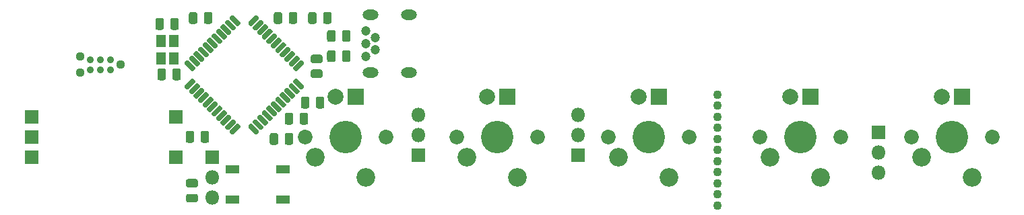
<source format=gbr>
%TF.GenerationSoftware,KiCad,Pcbnew,(5.1.6)-1*%
%TF.CreationDate,2021-03-25T17:16:49-05:00*%
%TF.ProjectId,Pikatea Macropad GB3,50696b61-7465-4612-904d-6163726f7061,rev?*%
%TF.SameCoordinates,Original*%
%TF.FileFunction,Soldermask,Top*%
%TF.FilePolarity,Negative*%
%FSLAX46Y46*%
G04 Gerber Fmt 4.6, Leading zero omitted, Abs format (unit mm)*
G04 Created by KiCad (PCBNEW (5.1.6)-1) date 2021-03-25 17:16:49*
%MOMM*%
%LPD*%
G01*
G04 APERTURE LIST*
%ADD10O,1.800000X1.800000*%
%ADD11R,1.800000X1.800000*%
%ADD12C,1.100000*%
%ADD13R,1.800000X1.100000*%
%ADD14C,1.116000*%
%ADD15C,0.887400*%
%ADD16C,1.850000*%
%ADD17R,2.005000X2.005000*%
%ADD18C,2.005000*%
%ADD19C,2.350000*%
%ADD20C,4.087800*%
%ADD21O,2.000000X1.300000*%
%ADD22C,1.200000*%
%ADD23R,1.300000X1.500000*%
G04 APERTURE END LIST*
D10*
%TO.C,J7*%
X160000000Y-102120000D03*
X160000000Y-104660000D03*
D11*
X160000000Y-107200000D03*
%TD*%
D10*
%TO.C,J3*%
X140000000Y-102120000D03*
X140000000Y-104660000D03*
D11*
X140000000Y-107200000D03*
%TD*%
D12*
%TO.C,J6*%
X177580000Y-113550000D03*
X177580000Y-112150000D03*
X177580000Y-110750000D03*
X177580000Y-109350000D03*
X177580000Y-107950000D03*
X177580000Y-103750000D03*
X177580000Y-105150000D03*
X177580000Y-106550000D03*
X177580000Y-102350000D03*
X177580000Y-100950000D03*
X177580000Y-99550000D03*
%TD*%
D13*
%TO.C,SW1*%
X122936000Y-112766000D03*
X116636000Y-112766000D03*
X122936000Y-108966000D03*
X116636000Y-108966000D03*
%TD*%
D14*
%TO.C,J1*%
X97460000Y-94789000D03*
X97460000Y-96821000D03*
X102540000Y-95805000D03*
D15*
X101270000Y-96440000D03*
X100000000Y-96440000D03*
X98730000Y-96440000D03*
X98730000Y-95170000D03*
X100000000Y-95170000D03*
X101270000Y-95170000D03*
%TD*%
D16*
%TO.C,MX5*%
X212130000Y-104920000D03*
X201970000Y-104920000D03*
D17*
X208320000Y-99840000D03*
D18*
X205780000Y-99840000D03*
D19*
X203240000Y-107460000D03*
D20*
X207050000Y-104920000D03*
D19*
X209590000Y-110000000D03*
%TD*%
D16*
%TO.C,MX4*%
X193080000Y-104920000D03*
X182920000Y-104920000D03*
D17*
X189270000Y-99840000D03*
D18*
X186730000Y-99840000D03*
D19*
X184190000Y-107460000D03*
D20*
X188000000Y-104920000D03*
D19*
X190540000Y-110000000D03*
%TD*%
D16*
%TO.C,MX3*%
X174030000Y-104920000D03*
X163870000Y-104920000D03*
D17*
X170220000Y-99840000D03*
D18*
X167680000Y-99840000D03*
D19*
X165140000Y-107460000D03*
D20*
X168950000Y-104920000D03*
D19*
X171490000Y-110000000D03*
%TD*%
D16*
%TO.C,MX2*%
X154980000Y-104920000D03*
X144820000Y-104920000D03*
D17*
X151170000Y-99840000D03*
D18*
X148630000Y-99840000D03*
D19*
X146090000Y-107460000D03*
D20*
X149900000Y-104920000D03*
D19*
X152440000Y-110000000D03*
%TD*%
D16*
%TO.C,MX1*%
X135930000Y-104920000D03*
X125770000Y-104920000D03*
D17*
X132120000Y-99840000D03*
D18*
X129580000Y-99840000D03*
D19*
X127040000Y-107460000D03*
D20*
X130850000Y-104920000D03*
D19*
X133390000Y-110000000D03*
%TD*%
D21*
%TO.C,J2*%
X133960000Y-89510000D03*
X133960000Y-96810000D03*
D22*
X133360000Y-94760000D03*
X134560000Y-93960000D03*
X133360000Y-93160000D03*
X134560000Y-92360000D03*
X133360000Y-91560000D03*
D21*
X138780000Y-96810000D03*
X138780000Y-89510000D03*
%TD*%
D23*
%TO.C,X1*%
X107620000Y-94996000D03*
X107620000Y-92796000D03*
X109220000Y-92796000D03*
X109220000Y-94996000D03*
%TD*%
%TO.C,R5*%
G36*
G01*
X129562500Y-94248750D02*
X129562500Y-95211250D01*
G75*
G02*
X129293750Y-95480000I-268750J0D01*
G01*
X128756250Y-95480000D01*
G75*
G02*
X128487500Y-95211250I0J268750D01*
G01*
X128487500Y-94248750D01*
G75*
G02*
X128756250Y-93980000I268750J0D01*
G01*
X129293750Y-93980000D01*
G75*
G02*
X129562500Y-94248750I0J-268750D01*
G01*
G37*
G36*
G01*
X131437500Y-94248750D02*
X131437500Y-95211250D01*
G75*
G02*
X131168750Y-95480000I-268750J0D01*
G01*
X130631250Y-95480000D01*
G75*
G02*
X130362500Y-95211250I0J268750D01*
G01*
X130362500Y-94248750D01*
G75*
G02*
X130631250Y-93980000I268750J0D01*
G01*
X131168750Y-93980000D01*
G75*
G02*
X131437500Y-94248750I0J-268750D01*
G01*
G37*
%TD*%
%TO.C,R4*%
G36*
G01*
X129562500Y-91708750D02*
X129562500Y-92671250D01*
G75*
G02*
X129293750Y-92940000I-268750J0D01*
G01*
X128756250Y-92940000D01*
G75*
G02*
X128487500Y-92671250I0J268750D01*
G01*
X128487500Y-91708750D01*
G75*
G02*
X128756250Y-91440000I268750J0D01*
G01*
X129293750Y-91440000D01*
G75*
G02*
X129562500Y-91708750I0J-268750D01*
G01*
G37*
G36*
G01*
X131437500Y-91708750D02*
X131437500Y-92671250D01*
G75*
G02*
X131168750Y-92940000I-268750J0D01*
G01*
X130631250Y-92940000D01*
G75*
G02*
X130362500Y-92671250I0J268750D01*
G01*
X130362500Y-91708750D01*
G75*
G02*
X130631250Y-91440000I268750J0D01*
G01*
X131168750Y-91440000D01*
G75*
G02*
X131437500Y-91708750I0J-268750D01*
G01*
G37*
%TD*%
%TO.C,R3*%
G36*
G01*
X111024750Y-112081500D02*
X111987250Y-112081500D01*
G75*
G02*
X112256000Y-112350250I0J-268750D01*
G01*
X112256000Y-112887750D01*
G75*
G02*
X111987250Y-113156500I-268750J0D01*
G01*
X111024750Y-113156500D01*
G75*
G02*
X110756000Y-112887750I0J268750D01*
G01*
X110756000Y-112350250D01*
G75*
G02*
X111024750Y-112081500I268750J0D01*
G01*
G37*
G36*
G01*
X111024750Y-110206500D02*
X111987250Y-110206500D01*
G75*
G02*
X112256000Y-110475250I0J-268750D01*
G01*
X112256000Y-111012750D01*
G75*
G02*
X111987250Y-111281500I-268750J0D01*
G01*
X111024750Y-111281500D01*
G75*
G02*
X110756000Y-111012750I0J268750D01*
G01*
X110756000Y-110475250D01*
G75*
G02*
X111024750Y-110206500I268750J0D01*
G01*
G37*
%TD*%
D10*
%TO.C,J4*%
X114046000Y-112522000D03*
X114046000Y-109982000D03*
D11*
X114046000Y-107442000D03*
%TD*%
%TO.C,C10*%
G36*
G01*
X125035500Y-103097250D02*
X125035500Y-102134750D01*
G75*
G02*
X125304250Y-101866000I268750J0D01*
G01*
X125841750Y-101866000D01*
G75*
G02*
X126110500Y-102134750I0J-268750D01*
G01*
X126110500Y-103097250D01*
G75*
G02*
X125841750Y-103366000I-268750J0D01*
G01*
X125304250Y-103366000D01*
G75*
G02*
X125035500Y-103097250I0J268750D01*
G01*
G37*
G36*
G01*
X123160500Y-103097250D02*
X123160500Y-102134750D01*
G75*
G02*
X123429250Y-101866000I268750J0D01*
G01*
X123966750Y-101866000D01*
G75*
G02*
X124235500Y-102134750I0J-268750D01*
G01*
X124235500Y-103097250D01*
G75*
G02*
X123966750Y-103366000I-268750J0D01*
G01*
X123429250Y-103366000D01*
G75*
G02*
X123160500Y-103097250I0J268750D01*
G01*
G37*
%TD*%
%TO.C,C9*%
G36*
G01*
X127986500Y-90397250D02*
X127986500Y-89434750D01*
G75*
G02*
X128255250Y-89166000I268750J0D01*
G01*
X128792750Y-89166000D01*
G75*
G02*
X129061500Y-89434750I0J-268750D01*
G01*
X129061500Y-90397250D01*
G75*
G02*
X128792750Y-90666000I-268750J0D01*
G01*
X128255250Y-90666000D01*
G75*
G02*
X127986500Y-90397250I0J268750D01*
G01*
G37*
G36*
G01*
X126111500Y-90397250D02*
X126111500Y-89434750D01*
G75*
G02*
X126380250Y-89166000I268750J0D01*
G01*
X126917750Y-89166000D01*
G75*
G02*
X127186500Y-89434750I0J-268750D01*
G01*
X127186500Y-90397250D01*
G75*
G02*
X126917750Y-90666000I-268750J0D01*
G01*
X126380250Y-90666000D01*
G75*
G02*
X126111500Y-90397250I0J268750D01*
G01*
G37*
%TD*%
%TO.C,C8*%
G36*
G01*
X108779500Y-91159250D02*
X108779500Y-90196750D01*
G75*
G02*
X109048250Y-89928000I268750J0D01*
G01*
X109585750Y-89928000D01*
G75*
G02*
X109854500Y-90196750I0J-268750D01*
G01*
X109854500Y-91159250D01*
G75*
G02*
X109585750Y-91428000I-268750J0D01*
G01*
X109048250Y-91428000D01*
G75*
G02*
X108779500Y-91159250I0J268750D01*
G01*
G37*
G36*
G01*
X106904500Y-91159250D02*
X106904500Y-90196750D01*
G75*
G02*
X107173250Y-89928000I268750J0D01*
G01*
X107710750Y-89928000D01*
G75*
G02*
X107979500Y-90196750I0J-268750D01*
G01*
X107979500Y-91159250D01*
G75*
G02*
X107710750Y-91428000I-268750J0D01*
G01*
X107173250Y-91428000D01*
G75*
G02*
X106904500Y-91159250I0J268750D01*
G01*
G37*
%TD*%
%TO.C,C7*%
G36*
G01*
X108233500Y-96546750D02*
X108233500Y-97509250D01*
G75*
G02*
X107964750Y-97778000I-268750J0D01*
G01*
X107427250Y-97778000D01*
G75*
G02*
X107158500Y-97509250I0J268750D01*
G01*
X107158500Y-96546750D01*
G75*
G02*
X107427250Y-96278000I268750J0D01*
G01*
X107964750Y-96278000D01*
G75*
G02*
X108233500Y-96546750I0J-268750D01*
G01*
G37*
G36*
G01*
X110108500Y-96546750D02*
X110108500Y-97509250D01*
G75*
G02*
X109839750Y-97778000I-268750J0D01*
G01*
X109302250Y-97778000D01*
G75*
G02*
X109033500Y-97509250I0J268750D01*
G01*
X109033500Y-96546750D01*
G75*
G02*
X109302250Y-96278000I268750J0D01*
G01*
X109839750Y-96278000D01*
G75*
G02*
X110108500Y-96546750I0J-268750D01*
G01*
G37*
%TD*%
%TO.C,C6*%
G36*
G01*
X126698750Y-96407500D02*
X127661250Y-96407500D01*
G75*
G02*
X127930000Y-96676250I0J-268750D01*
G01*
X127930000Y-97213750D01*
G75*
G02*
X127661250Y-97482500I-268750J0D01*
G01*
X126698750Y-97482500D01*
G75*
G02*
X126430000Y-97213750I0J268750D01*
G01*
X126430000Y-96676250D01*
G75*
G02*
X126698750Y-96407500I268750J0D01*
G01*
G37*
G36*
G01*
X126698750Y-94532500D02*
X127661250Y-94532500D01*
G75*
G02*
X127930000Y-94801250I0J-268750D01*
G01*
X127930000Y-95338750D01*
G75*
G02*
X127661250Y-95607500I-268750J0D01*
G01*
X126698750Y-95607500D01*
G75*
G02*
X126430000Y-95338750I0J268750D01*
G01*
X126430000Y-94801250D01*
G75*
G02*
X126698750Y-94532500I268750J0D01*
G01*
G37*
%TD*%
%TO.C,C5*%
G36*
G01*
X123160500Y-105637250D02*
X123160500Y-104674750D01*
G75*
G02*
X123429250Y-104406000I268750J0D01*
G01*
X123966750Y-104406000D01*
G75*
G02*
X124235500Y-104674750I0J-268750D01*
G01*
X124235500Y-105637250D01*
G75*
G02*
X123966750Y-105906000I-268750J0D01*
G01*
X123429250Y-105906000D01*
G75*
G02*
X123160500Y-105637250I0J268750D01*
G01*
G37*
G36*
G01*
X121285500Y-105637250D02*
X121285500Y-104674750D01*
G75*
G02*
X121554250Y-104406000I268750J0D01*
G01*
X122091750Y-104406000D01*
G75*
G02*
X122360500Y-104674750I0J-268750D01*
G01*
X122360500Y-105637250D01*
G75*
G02*
X122091750Y-105906000I-268750J0D01*
G01*
X121554250Y-105906000D01*
G75*
G02*
X121285500Y-105637250I0J268750D01*
G01*
G37*
%TD*%
%TO.C,C4*%
G36*
G01*
X127067500Y-101065250D02*
X127067500Y-100102750D01*
G75*
G02*
X127336250Y-99834000I268750J0D01*
G01*
X127873750Y-99834000D01*
G75*
G02*
X128142500Y-100102750I0J-268750D01*
G01*
X128142500Y-101065250D01*
G75*
G02*
X127873750Y-101334000I-268750J0D01*
G01*
X127336250Y-101334000D01*
G75*
G02*
X127067500Y-101065250I0J268750D01*
G01*
G37*
G36*
G01*
X125192500Y-101065250D02*
X125192500Y-100102750D01*
G75*
G02*
X125461250Y-99834000I268750J0D01*
G01*
X125998750Y-99834000D01*
G75*
G02*
X126267500Y-100102750I0J-268750D01*
G01*
X126267500Y-101065250D01*
G75*
G02*
X125998750Y-101334000I-268750J0D01*
G01*
X125461250Y-101334000D01*
G75*
G02*
X125192500Y-101065250I0J268750D01*
G01*
G37*
%TD*%
%TO.C,C3*%
G36*
G01*
X111789500Y-104420750D02*
X111789500Y-105383250D01*
G75*
G02*
X111520750Y-105652000I-268750J0D01*
G01*
X110983250Y-105652000D01*
G75*
G02*
X110714500Y-105383250I0J268750D01*
G01*
X110714500Y-104420750D01*
G75*
G02*
X110983250Y-104152000I268750J0D01*
G01*
X111520750Y-104152000D01*
G75*
G02*
X111789500Y-104420750I0J-268750D01*
G01*
G37*
G36*
G01*
X113664500Y-104420750D02*
X113664500Y-105383250D01*
G75*
G02*
X113395750Y-105652000I-268750J0D01*
G01*
X112858250Y-105652000D01*
G75*
G02*
X112589500Y-105383250I0J268750D01*
G01*
X112589500Y-104420750D01*
G75*
G02*
X112858250Y-104152000I268750J0D01*
G01*
X113395750Y-104152000D01*
G75*
G02*
X113664500Y-104420750I0J-268750D01*
G01*
G37*
%TD*%
%TO.C,C2*%
G36*
G01*
X123668500Y-90397250D02*
X123668500Y-89434750D01*
G75*
G02*
X123937250Y-89166000I268750J0D01*
G01*
X124474750Y-89166000D01*
G75*
G02*
X124743500Y-89434750I0J-268750D01*
G01*
X124743500Y-90397250D01*
G75*
G02*
X124474750Y-90666000I-268750J0D01*
G01*
X123937250Y-90666000D01*
G75*
G02*
X123668500Y-90397250I0J268750D01*
G01*
G37*
G36*
G01*
X121793500Y-90397250D02*
X121793500Y-89434750D01*
G75*
G02*
X122062250Y-89166000I268750J0D01*
G01*
X122599750Y-89166000D01*
G75*
G02*
X122868500Y-89434750I0J-268750D01*
G01*
X122868500Y-90397250D01*
G75*
G02*
X122599750Y-90666000I-268750J0D01*
G01*
X122062250Y-90666000D01*
G75*
G02*
X121793500Y-90397250I0J268750D01*
G01*
G37*
%TD*%
%TO.C,C1*%
G36*
G01*
X112200500Y-89434750D02*
X112200500Y-90397250D01*
G75*
G02*
X111931750Y-90666000I-268750J0D01*
G01*
X111394250Y-90666000D01*
G75*
G02*
X111125500Y-90397250I0J268750D01*
G01*
X111125500Y-89434750D01*
G75*
G02*
X111394250Y-89166000I268750J0D01*
G01*
X111931750Y-89166000D01*
G75*
G02*
X112200500Y-89434750I0J-268750D01*
G01*
G37*
G36*
G01*
X114075500Y-89434750D02*
X114075500Y-90397250D01*
G75*
G02*
X113806750Y-90666000I-268750J0D01*
G01*
X113269250Y-90666000D01*
G75*
G02*
X113000500Y-90397250I0J268750D01*
G01*
X113000500Y-89434750D01*
G75*
G02*
X113269250Y-89166000I268750J0D01*
G01*
X113806750Y-89166000D01*
G75*
G02*
X114075500Y-89434750I0J-268750D01*
G01*
G37*
%TD*%
D10*
%TO.C,J5*%
X197760000Y-109390000D03*
X197760000Y-106850000D03*
D11*
X197760000Y-104310000D03*
%TD*%
%TO.C,SW2*%
X109450000Y-102360000D03*
X109450000Y-107440000D03*
X91350000Y-104900000D03*
X91350000Y-102360000D03*
X91350000Y-107440000D03*
%TD*%
%TO.C,U1*%
G36*
G01*
X124710287Y-97593814D02*
X125594171Y-98477697D01*
G75*
G02*
X125594171Y-98707507I-114905J-114905D01*
G01*
X125364361Y-98937317D01*
G75*
G02*
X125134551Y-98937317I-114905J114905D01*
G01*
X124250667Y-98053433D01*
G75*
G02*
X124250667Y-97823623I114905J114905D01*
G01*
X124480477Y-97593813D01*
G75*
G02*
X124710287Y-97593813I114905J-114905D01*
G01*
G37*
G36*
G01*
X124144602Y-98159499D02*
X125028486Y-99043382D01*
G75*
G02*
X125028486Y-99273192I-114905J-114905D01*
G01*
X124798676Y-99503002D01*
G75*
G02*
X124568866Y-99503002I-114905J114905D01*
G01*
X123684982Y-98619118D01*
G75*
G02*
X123684982Y-98389308I114905J114905D01*
G01*
X123914792Y-98159498D01*
G75*
G02*
X124144602Y-98159498I114905J-114905D01*
G01*
G37*
G36*
G01*
X123578916Y-98725185D02*
X124462800Y-99609068D01*
G75*
G02*
X124462800Y-99838878I-114905J-114905D01*
G01*
X124232990Y-100068688D01*
G75*
G02*
X124003180Y-100068688I-114905J114905D01*
G01*
X123119296Y-99184804D01*
G75*
G02*
X123119296Y-98954994I114905J114905D01*
G01*
X123349106Y-98725184D01*
G75*
G02*
X123578916Y-98725184I114905J-114905D01*
G01*
G37*
G36*
G01*
X123013231Y-99290870D02*
X123897115Y-100174753D01*
G75*
G02*
X123897115Y-100404563I-114905J-114905D01*
G01*
X123667305Y-100634373D01*
G75*
G02*
X123437495Y-100634373I-114905J114905D01*
G01*
X122553611Y-99750489D01*
G75*
G02*
X122553611Y-99520679I114905J114905D01*
G01*
X122783421Y-99290869D01*
G75*
G02*
X123013231Y-99290869I114905J-114905D01*
G01*
G37*
G36*
G01*
X122447546Y-99856556D02*
X123331430Y-100740439D01*
G75*
G02*
X123331430Y-100970249I-114905J-114905D01*
G01*
X123101620Y-101200059D01*
G75*
G02*
X122871810Y-101200059I-114905J114905D01*
G01*
X121987926Y-100316175D01*
G75*
G02*
X121987926Y-100086365I114905J114905D01*
G01*
X122217736Y-99856555D01*
G75*
G02*
X122447546Y-99856555I114905J-114905D01*
G01*
G37*
G36*
G01*
X121881860Y-100422241D02*
X122765744Y-101306124D01*
G75*
G02*
X122765744Y-101535934I-114905J-114905D01*
G01*
X122535934Y-101765744D01*
G75*
G02*
X122306124Y-101765744I-114905J114905D01*
G01*
X121422240Y-100881860D01*
G75*
G02*
X121422240Y-100652050I114905J114905D01*
G01*
X121652050Y-100422240D01*
G75*
G02*
X121881860Y-100422240I114905J-114905D01*
G01*
G37*
G36*
G01*
X121316175Y-100987927D02*
X122200059Y-101871810D01*
G75*
G02*
X122200059Y-102101620I-114905J-114905D01*
G01*
X121970249Y-102331430D01*
G75*
G02*
X121740439Y-102331430I-114905J114905D01*
G01*
X120856555Y-101447546D01*
G75*
G02*
X120856555Y-101217736I114905J114905D01*
G01*
X121086365Y-100987926D01*
G75*
G02*
X121316175Y-100987926I114905J-114905D01*
G01*
G37*
G36*
G01*
X120750489Y-101553612D02*
X121634373Y-102437495D01*
G75*
G02*
X121634373Y-102667305I-114905J-114905D01*
G01*
X121404563Y-102897115D01*
G75*
G02*
X121174753Y-102897115I-114905J114905D01*
G01*
X120290869Y-102013231D01*
G75*
G02*
X120290869Y-101783421I114905J114905D01*
G01*
X120520679Y-101553611D01*
G75*
G02*
X120750489Y-101553611I114905J-114905D01*
G01*
G37*
G36*
G01*
X120184804Y-102119297D02*
X121068688Y-103003180D01*
G75*
G02*
X121068688Y-103232990I-114905J-114905D01*
G01*
X120838878Y-103462800D01*
G75*
G02*
X120609068Y-103462800I-114905J114905D01*
G01*
X119725184Y-102578916D01*
G75*
G02*
X119725184Y-102349106I114905J114905D01*
G01*
X119954994Y-102119296D01*
G75*
G02*
X120184804Y-102119296I114905J-114905D01*
G01*
G37*
G36*
G01*
X119619118Y-102684983D02*
X120503002Y-103568866D01*
G75*
G02*
X120503002Y-103798676I-114905J-114905D01*
G01*
X120273192Y-104028486D01*
G75*
G02*
X120043382Y-104028486I-114905J114905D01*
G01*
X119159498Y-103144602D01*
G75*
G02*
X119159498Y-102914792I114905J114905D01*
G01*
X119389308Y-102684982D01*
G75*
G02*
X119619118Y-102684982I114905J-114905D01*
G01*
G37*
G36*
G01*
X119053433Y-103250668D02*
X119937317Y-104134551D01*
G75*
G02*
X119937317Y-104364361I-114905J-114905D01*
G01*
X119707507Y-104594171D01*
G75*
G02*
X119477697Y-104594171I-114905J114905D01*
G01*
X118593813Y-103710287D01*
G75*
G02*
X118593813Y-103480477I114905J114905D01*
G01*
X118823623Y-103250667D01*
G75*
G02*
X119053433Y-103250667I114905J-114905D01*
G01*
G37*
G36*
G01*
X117356377Y-103250668D02*
X117586187Y-103480477D01*
G75*
G02*
X117586187Y-103710287I-114905J-114905D01*
G01*
X116702303Y-104594171D01*
G75*
G02*
X116472493Y-104594171I-114905J114905D01*
G01*
X116242683Y-104364361D01*
G75*
G02*
X116242683Y-104134551I114905J114905D01*
G01*
X117126567Y-103250667D01*
G75*
G02*
X117356377Y-103250667I114905J-114905D01*
G01*
G37*
G36*
G01*
X116790692Y-102684983D02*
X117020502Y-102914792D01*
G75*
G02*
X117020502Y-103144602I-114905J-114905D01*
G01*
X116136618Y-104028486D01*
G75*
G02*
X115906808Y-104028486I-114905J114905D01*
G01*
X115676998Y-103798676D01*
G75*
G02*
X115676998Y-103568866I114905J114905D01*
G01*
X116560882Y-102684982D01*
G75*
G02*
X116790692Y-102684982I114905J-114905D01*
G01*
G37*
G36*
G01*
X116225006Y-102119297D02*
X116454816Y-102349106D01*
G75*
G02*
X116454816Y-102578916I-114905J-114905D01*
G01*
X115570932Y-103462800D01*
G75*
G02*
X115341122Y-103462800I-114905J114905D01*
G01*
X115111312Y-103232990D01*
G75*
G02*
X115111312Y-103003180I114905J114905D01*
G01*
X115995196Y-102119296D01*
G75*
G02*
X116225006Y-102119296I114905J-114905D01*
G01*
G37*
G36*
G01*
X115659321Y-101553612D02*
X115889131Y-101783421D01*
G75*
G02*
X115889131Y-102013231I-114905J-114905D01*
G01*
X115005247Y-102897115D01*
G75*
G02*
X114775437Y-102897115I-114905J114905D01*
G01*
X114545627Y-102667305D01*
G75*
G02*
X114545627Y-102437495I114905J114905D01*
G01*
X115429511Y-101553611D01*
G75*
G02*
X115659321Y-101553611I114905J-114905D01*
G01*
G37*
G36*
G01*
X115093635Y-100987927D02*
X115323445Y-101217736D01*
G75*
G02*
X115323445Y-101447546I-114905J-114905D01*
G01*
X114439561Y-102331430D01*
G75*
G02*
X114209751Y-102331430I-114905J114905D01*
G01*
X113979941Y-102101620D01*
G75*
G02*
X113979941Y-101871810I114905J114905D01*
G01*
X114863825Y-100987926D01*
G75*
G02*
X115093635Y-100987926I114905J-114905D01*
G01*
G37*
G36*
G01*
X114527950Y-100422241D02*
X114757760Y-100652050D01*
G75*
G02*
X114757760Y-100881860I-114905J-114905D01*
G01*
X113873876Y-101765744D01*
G75*
G02*
X113644066Y-101765744I-114905J114905D01*
G01*
X113414256Y-101535934D01*
G75*
G02*
X113414256Y-101306124I114905J114905D01*
G01*
X114298140Y-100422240D01*
G75*
G02*
X114527950Y-100422240I114905J-114905D01*
G01*
G37*
G36*
G01*
X113962264Y-99856556D02*
X114192074Y-100086365D01*
G75*
G02*
X114192074Y-100316175I-114905J-114905D01*
G01*
X113308190Y-101200059D01*
G75*
G02*
X113078380Y-101200059I-114905J114905D01*
G01*
X112848570Y-100970249D01*
G75*
G02*
X112848570Y-100740439I114905J114905D01*
G01*
X113732454Y-99856555D01*
G75*
G02*
X113962264Y-99856555I114905J-114905D01*
G01*
G37*
G36*
G01*
X113396579Y-99290870D02*
X113626389Y-99520679D01*
G75*
G02*
X113626389Y-99750489I-114905J-114905D01*
G01*
X112742505Y-100634373D01*
G75*
G02*
X112512695Y-100634373I-114905J114905D01*
G01*
X112282885Y-100404563D01*
G75*
G02*
X112282885Y-100174753I114905J114905D01*
G01*
X113166769Y-99290869D01*
G75*
G02*
X113396579Y-99290869I114905J-114905D01*
G01*
G37*
G36*
G01*
X112830894Y-98725185D02*
X113060704Y-98954994D01*
G75*
G02*
X113060704Y-99184804I-114905J-114905D01*
G01*
X112176820Y-100068688D01*
G75*
G02*
X111947010Y-100068688I-114905J114905D01*
G01*
X111717200Y-99838878D01*
G75*
G02*
X111717200Y-99609068I114905J114905D01*
G01*
X112601084Y-98725184D01*
G75*
G02*
X112830894Y-98725184I114905J-114905D01*
G01*
G37*
G36*
G01*
X112265208Y-98159499D02*
X112495018Y-98389308D01*
G75*
G02*
X112495018Y-98619118I-114905J-114905D01*
G01*
X111611134Y-99503002D01*
G75*
G02*
X111381324Y-99503002I-114905J114905D01*
G01*
X111151514Y-99273192D01*
G75*
G02*
X111151514Y-99043382I114905J114905D01*
G01*
X112035398Y-98159498D01*
G75*
G02*
X112265208Y-98159498I114905J-114905D01*
G01*
G37*
G36*
G01*
X111699523Y-97593814D02*
X111929333Y-97823623D01*
G75*
G02*
X111929333Y-98053433I-114905J-114905D01*
G01*
X111045449Y-98937317D01*
G75*
G02*
X110815639Y-98937317I-114905J114905D01*
G01*
X110585829Y-98707507D01*
G75*
G02*
X110585829Y-98477697I114905J114905D01*
G01*
X111469713Y-97593813D01*
G75*
G02*
X111699523Y-97593813I114905J-114905D01*
G01*
G37*
G36*
G01*
X111045449Y-95242684D02*
X111929333Y-96126567D01*
G75*
G02*
X111929333Y-96356377I-114905J-114905D01*
G01*
X111699523Y-96586187D01*
G75*
G02*
X111469713Y-96586187I-114905J114905D01*
G01*
X110585829Y-95702303D01*
G75*
G02*
X110585829Y-95472493I114905J114905D01*
G01*
X110815639Y-95242683D01*
G75*
G02*
X111045449Y-95242683I114905J-114905D01*
G01*
G37*
G36*
G01*
X111611134Y-94676999D02*
X112495018Y-95560882D01*
G75*
G02*
X112495018Y-95790692I-114905J-114905D01*
G01*
X112265208Y-96020502D01*
G75*
G02*
X112035398Y-96020502I-114905J114905D01*
G01*
X111151514Y-95136618D01*
G75*
G02*
X111151514Y-94906808I114905J114905D01*
G01*
X111381324Y-94676998D01*
G75*
G02*
X111611134Y-94676998I114905J-114905D01*
G01*
G37*
G36*
G01*
X112176820Y-94111313D02*
X113060704Y-94995196D01*
G75*
G02*
X113060704Y-95225006I-114905J-114905D01*
G01*
X112830894Y-95454816D01*
G75*
G02*
X112601084Y-95454816I-114905J114905D01*
G01*
X111717200Y-94570932D01*
G75*
G02*
X111717200Y-94341122I114905J114905D01*
G01*
X111947010Y-94111312D01*
G75*
G02*
X112176820Y-94111312I114905J-114905D01*
G01*
G37*
G36*
G01*
X112742505Y-93545628D02*
X113626389Y-94429511D01*
G75*
G02*
X113626389Y-94659321I-114905J-114905D01*
G01*
X113396579Y-94889131D01*
G75*
G02*
X113166769Y-94889131I-114905J114905D01*
G01*
X112282885Y-94005247D01*
G75*
G02*
X112282885Y-93775437I114905J114905D01*
G01*
X112512695Y-93545627D01*
G75*
G02*
X112742505Y-93545627I114905J-114905D01*
G01*
G37*
G36*
G01*
X113308190Y-92979942D02*
X114192074Y-93863825D01*
G75*
G02*
X114192074Y-94093635I-114905J-114905D01*
G01*
X113962264Y-94323445D01*
G75*
G02*
X113732454Y-94323445I-114905J114905D01*
G01*
X112848570Y-93439561D01*
G75*
G02*
X112848570Y-93209751I114905J114905D01*
G01*
X113078380Y-92979941D01*
G75*
G02*
X113308190Y-92979941I114905J-114905D01*
G01*
G37*
G36*
G01*
X113873876Y-92414257D02*
X114757760Y-93298140D01*
G75*
G02*
X114757760Y-93527950I-114905J-114905D01*
G01*
X114527950Y-93757760D01*
G75*
G02*
X114298140Y-93757760I-114905J114905D01*
G01*
X113414256Y-92873876D01*
G75*
G02*
X113414256Y-92644066I114905J114905D01*
G01*
X113644066Y-92414256D01*
G75*
G02*
X113873876Y-92414256I114905J-114905D01*
G01*
G37*
G36*
G01*
X114439561Y-91848571D02*
X115323445Y-92732454D01*
G75*
G02*
X115323445Y-92962264I-114905J-114905D01*
G01*
X115093635Y-93192074D01*
G75*
G02*
X114863825Y-93192074I-114905J114905D01*
G01*
X113979941Y-92308190D01*
G75*
G02*
X113979941Y-92078380I114905J114905D01*
G01*
X114209751Y-91848570D01*
G75*
G02*
X114439561Y-91848570I114905J-114905D01*
G01*
G37*
G36*
G01*
X115005247Y-91282886D02*
X115889131Y-92166769D01*
G75*
G02*
X115889131Y-92396579I-114905J-114905D01*
G01*
X115659321Y-92626389D01*
G75*
G02*
X115429511Y-92626389I-114905J114905D01*
G01*
X114545627Y-91742505D01*
G75*
G02*
X114545627Y-91512695I114905J114905D01*
G01*
X114775437Y-91282885D01*
G75*
G02*
X115005247Y-91282885I114905J-114905D01*
G01*
G37*
G36*
G01*
X115570932Y-90717201D02*
X116454816Y-91601084D01*
G75*
G02*
X116454816Y-91830894I-114905J-114905D01*
G01*
X116225006Y-92060704D01*
G75*
G02*
X115995196Y-92060704I-114905J114905D01*
G01*
X115111312Y-91176820D01*
G75*
G02*
X115111312Y-90947010I114905J114905D01*
G01*
X115341122Y-90717200D01*
G75*
G02*
X115570932Y-90717200I114905J-114905D01*
G01*
G37*
G36*
G01*
X116136618Y-90151515D02*
X117020502Y-91035398D01*
G75*
G02*
X117020502Y-91265208I-114905J-114905D01*
G01*
X116790692Y-91495018D01*
G75*
G02*
X116560882Y-91495018I-114905J114905D01*
G01*
X115676998Y-90611134D01*
G75*
G02*
X115676998Y-90381324I114905J114905D01*
G01*
X115906808Y-90151514D01*
G75*
G02*
X116136618Y-90151514I114905J-114905D01*
G01*
G37*
G36*
G01*
X116702303Y-89585830D02*
X117586187Y-90469713D01*
G75*
G02*
X117586187Y-90699523I-114905J-114905D01*
G01*
X117356377Y-90929333D01*
G75*
G02*
X117126567Y-90929333I-114905J114905D01*
G01*
X116242683Y-90045449D01*
G75*
G02*
X116242683Y-89815639I114905J114905D01*
G01*
X116472493Y-89585829D01*
G75*
G02*
X116702303Y-89585829I114905J-114905D01*
G01*
G37*
G36*
G01*
X119707507Y-89585830D02*
X119937317Y-89815639D01*
G75*
G02*
X119937317Y-90045449I-114905J-114905D01*
G01*
X119053433Y-90929333D01*
G75*
G02*
X118823623Y-90929333I-114905J114905D01*
G01*
X118593813Y-90699523D01*
G75*
G02*
X118593813Y-90469713I114905J114905D01*
G01*
X119477697Y-89585829D01*
G75*
G02*
X119707507Y-89585829I114905J-114905D01*
G01*
G37*
G36*
G01*
X120273192Y-90151515D02*
X120503002Y-90381324D01*
G75*
G02*
X120503002Y-90611134I-114905J-114905D01*
G01*
X119619118Y-91495018D01*
G75*
G02*
X119389308Y-91495018I-114905J114905D01*
G01*
X119159498Y-91265208D01*
G75*
G02*
X119159498Y-91035398I114905J114905D01*
G01*
X120043382Y-90151514D01*
G75*
G02*
X120273192Y-90151514I114905J-114905D01*
G01*
G37*
G36*
G01*
X120838878Y-90717201D02*
X121068688Y-90947010D01*
G75*
G02*
X121068688Y-91176820I-114905J-114905D01*
G01*
X120184804Y-92060704D01*
G75*
G02*
X119954994Y-92060704I-114905J114905D01*
G01*
X119725184Y-91830894D01*
G75*
G02*
X119725184Y-91601084I114905J114905D01*
G01*
X120609068Y-90717200D01*
G75*
G02*
X120838878Y-90717200I114905J-114905D01*
G01*
G37*
G36*
G01*
X121404563Y-91282886D02*
X121634373Y-91512695D01*
G75*
G02*
X121634373Y-91742505I-114905J-114905D01*
G01*
X120750489Y-92626389D01*
G75*
G02*
X120520679Y-92626389I-114905J114905D01*
G01*
X120290869Y-92396579D01*
G75*
G02*
X120290869Y-92166769I114905J114905D01*
G01*
X121174753Y-91282885D01*
G75*
G02*
X121404563Y-91282885I114905J-114905D01*
G01*
G37*
G36*
G01*
X121970249Y-91848571D02*
X122200059Y-92078380D01*
G75*
G02*
X122200059Y-92308190I-114905J-114905D01*
G01*
X121316175Y-93192074D01*
G75*
G02*
X121086365Y-93192074I-114905J114905D01*
G01*
X120856555Y-92962264D01*
G75*
G02*
X120856555Y-92732454I114905J114905D01*
G01*
X121740439Y-91848570D01*
G75*
G02*
X121970249Y-91848570I114905J-114905D01*
G01*
G37*
G36*
G01*
X122535934Y-92414257D02*
X122765744Y-92644066D01*
G75*
G02*
X122765744Y-92873876I-114905J-114905D01*
G01*
X121881860Y-93757760D01*
G75*
G02*
X121652050Y-93757760I-114905J114905D01*
G01*
X121422240Y-93527950D01*
G75*
G02*
X121422240Y-93298140I114905J114905D01*
G01*
X122306124Y-92414256D01*
G75*
G02*
X122535934Y-92414256I114905J-114905D01*
G01*
G37*
G36*
G01*
X123101620Y-92979942D02*
X123331430Y-93209751D01*
G75*
G02*
X123331430Y-93439561I-114905J-114905D01*
G01*
X122447546Y-94323445D01*
G75*
G02*
X122217736Y-94323445I-114905J114905D01*
G01*
X121987926Y-94093635D01*
G75*
G02*
X121987926Y-93863825I114905J114905D01*
G01*
X122871810Y-92979941D01*
G75*
G02*
X123101620Y-92979941I114905J-114905D01*
G01*
G37*
G36*
G01*
X123667305Y-93545628D02*
X123897115Y-93775437D01*
G75*
G02*
X123897115Y-94005247I-114905J-114905D01*
G01*
X123013231Y-94889131D01*
G75*
G02*
X122783421Y-94889131I-114905J114905D01*
G01*
X122553611Y-94659321D01*
G75*
G02*
X122553611Y-94429511I114905J114905D01*
G01*
X123437495Y-93545627D01*
G75*
G02*
X123667305Y-93545627I114905J-114905D01*
G01*
G37*
G36*
G01*
X124232990Y-94111313D02*
X124462800Y-94341122D01*
G75*
G02*
X124462800Y-94570932I-114905J-114905D01*
G01*
X123578916Y-95454816D01*
G75*
G02*
X123349106Y-95454816I-114905J114905D01*
G01*
X123119296Y-95225006D01*
G75*
G02*
X123119296Y-94995196I114905J114905D01*
G01*
X124003180Y-94111312D01*
G75*
G02*
X124232990Y-94111312I114905J-114905D01*
G01*
G37*
G36*
G01*
X124798676Y-94676999D02*
X125028486Y-94906808D01*
G75*
G02*
X125028486Y-95136618I-114905J-114905D01*
G01*
X124144602Y-96020502D01*
G75*
G02*
X123914792Y-96020502I-114905J114905D01*
G01*
X123684982Y-95790692D01*
G75*
G02*
X123684982Y-95560882I114905J114905D01*
G01*
X124568866Y-94676998D01*
G75*
G02*
X124798676Y-94676998I114905J-114905D01*
G01*
G37*
G36*
G01*
X125364361Y-95242684D02*
X125594171Y-95472493D01*
G75*
G02*
X125594171Y-95702303I-114905J-114905D01*
G01*
X124710287Y-96586187D01*
G75*
G02*
X124480477Y-96586187I-114905J114905D01*
G01*
X124250667Y-96356377D01*
G75*
G02*
X124250667Y-96126567I114905J114905D01*
G01*
X125134551Y-95242683D01*
G75*
G02*
X125364361Y-95242683I114905J-114905D01*
G01*
G37*
%TD*%
M02*

</source>
